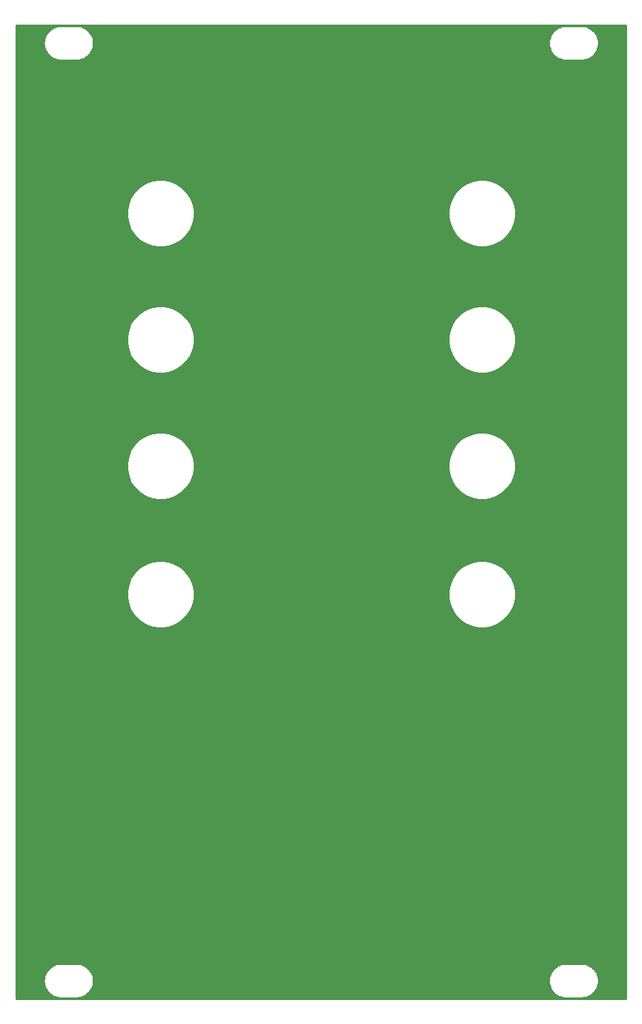
<source format=gbr>
G04 #@! TF.GenerationSoftware,KiCad,Pcbnew,(5.1.5-0)*
G04 #@! TF.CreationDate,2021-01-20T17:05:57-08:00*
G04 #@! TF.ProjectId,1050mixerseq,31303530-6d69-4786-9572-7365712e6b69,rev?*
G04 #@! TF.SameCoordinates,Original*
G04 #@! TF.FileFunction,Copper,L2,Bot*
G04 #@! TF.FilePolarity,Positive*
%FSLAX46Y46*%
G04 Gerber Fmt 4.6, Leading zero omitted, Abs format (unit mm)*
G04 Created by KiCad (PCBNEW (5.1.5-0)) date 2021-01-20 17:05:57*
%MOMM*%
%LPD*%
G04 APERTURE LIST*
%ADD10C,6.400000*%
%ADD11C,6.100000*%
%ADD12C,5.100000*%
%ADD13C,0.254000*%
G04 APERTURE END LIST*
D10*
X41000000Y-85500000D03*
X41000000Y-69000000D03*
D11*
X8750000Y-102000000D03*
X18750000Y-102000000D03*
X32250000Y-102000000D03*
X73500000Y-60750000D03*
X73500000Y-43350000D03*
X73500000Y-26350000D03*
X73500000Y-77750000D03*
X7750000Y-26350000D03*
D12*
X35500000Y-35250000D03*
X41000000Y-40250000D03*
X45500000Y-35250000D03*
X50750000Y-30250000D03*
X45500000Y-25250000D03*
X41000000Y-20250000D03*
X35500000Y-25250000D03*
X30500000Y-30250000D03*
D11*
X72500000Y-102000000D03*
X7750000Y-77750000D03*
X7750000Y-43350000D03*
X7750000Y-60750000D03*
X42500000Y-102000000D03*
X62500000Y-102000000D03*
X52500000Y-102000000D03*
D13*
G36*
X80340001Y-127840000D02*
G01*
X660000Y-127840000D01*
X660000Y-125451353D01*
X4242755Y-125451353D01*
X4243173Y-125511171D01*
X4242755Y-125570988D01*
X4243655Y-125580160D01*
X4276296Y-125890715D01*
X4288320Y-125949291D01*
X4299532Y-126008070D01*
X4302196Y-126016892D01*
X4394535Y-126315192D01*
X4417715Y-126370335D01*
X4440124Y-126425800D01*
X4444451Y-126433937D01*
X4592972Y-126708621D01*
X4626417Y-126758205D01*
X4659177Y-126808268D01*
X4665001Y-126815409D01*
X4864047Y-127056013D01*
X4906482Y-127098154D01*
X4948346Y-127140903D01*
X4955446Y-127146777D01*
X5197435Y-127344138D01*
X5247259Y-127377241D01*
X5296615Y-127411036D01*
X5304721Y-127415419D01*
X5580435Y-127562019D01*
X5635704Y-127584799D01*
X5690724Y-127608381D01*
X5699527Y-127611105D01*
X5998465Y-127701359D01*
X6057138Y-127712976D01*
X6115655Y-127725415D01*
X6124820Y-127726378D01*
X6435594Y-127756850D01*
X6435598Y-127756850D01*
X6467581Y-127760000D01*
X8532419Y-127760000D01*
X8565986Y-127756694D01*
X8586744Y-127756694D01*
X8595909Y-127755731D01*
X8906228Y-127720923D01*
X8964731Y-127708487D01*
X9023419Y-127696867D01*
X9032222Y-127694142D01*
X9329870Y-127599723D01*
X9384792Y-127576183D01*
X9440159Y-127553363D01*
X9448265Y-127548979D01*
X9721904Y-127398544D01*
X9771217Y-127364779D01*
X9821088Y-127331645D01*
X9828188Y-127325770D01*
X10067397Y-127125049D01*
X10109241Y-127082320D01*
X10151694Y-127040162D01*
X10157519Y-127033020D01*
X10353185Y-126789660D01*
X10385938Y-126739608D01*
X10419391Y-126690013D01*
X10423714Y-126681881D01*
X10423717Y-126681877D01*
X10423719Y-126681873D01*
X10568388Y-126405146D01*
X10590785Y-126349711D01*
X10613978Y-126294539D01*
X10616641Y-126285717D01*
X10704807Y-125986156D01*
X10716007Y-125927440D01*
X10728045Y-125868798D01*
X10728944Y-125859627D01*
X10757245Y-125548647D01*
X10756827Y-125488830D01*
X10757088Y-125451353D01*
X70242755Y-125451353D01*
X70243173Y-125511171D01*
X70242755Y-125570988D01*
X70243655Y-125580160D01*
X70276296Y-125890715D01*
X70288320Y-125949291D01*
X70299532Y-126008070D01*
X70302196Y-126016892D01*
X70394535Y-126315192D01*
X70417715Y-126370335D01*
X70440124Y-126425800D01*
X70444451Y-126433937D01*
X70592972Y-126708621D01*
X70626417Y-126758205D01*
X70659177Y-126808268D01*
X70665001Y-126815409D01*
X70864047Y-127056013D01*
X70906482Y-127098154D01*
X70948346Y-127140903D01*
X70955446Y-127146777D01*
X71197435Y-127344138D01*
X71247259Y-127377241D01*
X71296615Y-127411036D01*
X71304721Y-127415419D01*
X71580435Y-127562019D01*
X71635704Y-127584799D01*
X71690724Y-127608381D01*
X71699527Y-127611105D01*
X71998465Y-127701359D01*
X72057138Y-127712976D01*
X72115655Y-127725415D01*
X72124820Y-127726378D01*
X72435594Y-127756850D01*
X72435598Y-127756850D01*
X72467581Y-127760000D01*
X74532419Y-127760000D01*
X74565986Y-127756694D01*
X74586744Y-127756694D01*
X74595909Y-127755731D01*
X74906228Y-127720923D01*
X74964731Y-127708487D01*
X75023419Y-127696867D01*
X75032222Y-127694142D01*
X75329870Y-127599723D01*
X75384792Y-127576183D01*
X75440159Y-127553363D01*
X75448265Y-127548979D01*
X75721904Y-127398544D01*
X75771217Y-127364779D01*
X75821088Y-127331645D01*
X75828188Y-127325770D01*
X76067397Y-127125049D01*
X76109241Y-127082320D01*
X76151694Y-127040162D01*
X76157519Y-127033020D01*
X76353185Y-126789660D01*
X76385938Y-126739608D01*
X76419391Y-126690013D01*
X76423714Y-126681881D01*
X76423717Y-126681877D01*
X76423719Y-126681873D01*
X76568388Y-126405146D01*
X76590785Y-126349711D01*
X76613978Y-126294539D01*
X76616641Y-126285717D01*
X76704807Y-125986156D01*
X76716007Y-125927440D01*
X76728045Y-125868798D01*
X76728944Y-125859627D01*
X76757245Y-125548647D01*
X76756827Y-125488829D01*
X76757245Y-125429012D01*
X76756345Y-125419841D01*
X76723704Y-125109285D01*
X76711680Y-125050709D01*
X76700468Y-124991930D01*
X76697804Y-124983108D01*
X76605465Y-124684808D01*
X76582280Y-124629653D01*
X76559876Y-124574200D01*
X76555549Y-124566064D01*
X76555549Y-124566063D01*
X76555546Y-124566059D01*
X76407028Y-124291379D01*
X76373583Y-124241795D01*
X76340823Y-124191732D01*
X76334999Y-124184591D01*
X76135954Y-123943987D01*
X76093535Y-123901863D01*
X76051655Y-123859097D01*
X76044554Y-123853223D01*
X75802565Y-123655862D01*
X75752741Y-123622759D01*
X75703385Y-123588964D01*
X75695279Y-123584581D01*
X75419566Y-123437981D01*
X75364269Y-123415189D01*
X75309275Y-123391619D01*
X75300472Y-123388895D01*
X75001535Y-123298641D01*
X74942862Y-123287024D01*
X74884345Y-123274585D01*
X74875180Y-123273622D01*
X74564405Y-123243150D01*
X74564402Y-123243150D01*
X74532419Y-123240000D01*
X72467581Y-123240000D01*
X72434014Y-123243306D01*
X72413256Y-123243306D01*
X72404091Y-123244269D01*
X72093771Y-123279077D01*
X72035298Y-123291506D01*
X71976581Y-123303132D01*
X71967778Y-123305858D01*
X71670130Y-123400277D01*
X71615147Y-123423843D01*
X71559841Y-123446638D01*
X71551735Y-123451021D01*
X71278095Y-123601456D01*
X71228748Y-123635245D01*
X71178913Y-123668355D01*
X71171812Y-123674229D01*
X70932603Y-123874951D01*
X70890759Y-123917681D01*
X70848305Y-123959839D01*
X70842481Y-123966980D01*
X70646814Y-124210340D01*
X70614055Y-124260400D01*
X70580609Y-124309986D01*
X70576283Y-124318123D01*
X70431612Y-124594854D01*
X70409215Y-124650289D01*
X70386022Y-124705461D01*
X70383359Y-124714283D01*
X70295193Y-125013844D01*
X70283993Y-125072560D01*
X70271955Y-125131202D01*
X70271056Y-125140373D01*
X70242755Y-125451353D01*
X10757088Y-125451353D01*
X10757245Y-125429012D01*
X10756345Y-125419841D01*
X10723704Y-125109285D01*
X10711680Y-125050709D01*
X10700468Y-124991930D01*
X10697804Y-124983108D01*
X10605465Y-124684808D01*
X10582280Y-124629653D01*
X10559876Y-124574200D01*
X10555549Y-124566064D01*
X10555549Y-124566063D01*
X10555546Y-124566059D01*
X10407028Y-124291379D01*
X10373583Y-124241795D01*
X10340823Y-124191732D01*
X10334999Y-124184591D01*
X10135954Y-123943987D01*
X10093535Y-123901863D01*
X10051655Y-123859097D01*
X10044554Y-123853223D01*
X9802565Y-123655862D01*
X9752741Y-123622759D01*
X9703385Y-123588964D01*
X9695279Y-123584581D01*
X9419566Y-123437981D01*
X9364269Y-123415189D01*
X9309275Y-123391619D01*
X9300472Y-123388895D01*
X9001535Y-123298641D01*
X8942862Y-123287024D01*
X8884345Y-123274585D01*
X8875180Y-123273622D01*
X8564405Y-123243150D01*
X8564402Y-123243150D01*
X8532419Y-123240000D01*
X6467581Y-123240000D01*
X6434014Y-123243306D01*
X6413256Y-123243306D01*
X6404091Y-123244269D01*
X6093771Y-123279077D01*
X6035298Y-123291506D01*
X5976581Y-123303132D01*
X5967778Y-123305858D01*
X5670130Y-123400277D01*
X5615147Y-123423843D01*
X5559841Y-123446638D01*
X5551735Y-123451021D01*
X5278095Y-123601456D01*
X5228748Y-123635245D01*
X5178913Y-123668355D01*
X5171812Y-123674229D01*
X4932603Y-123874951D01*
X4890759Y-123917681D01*
X4848305Y-123959839D01*
X4842481Y-123966980D01*
X4646814Y-124210340D01*
X4614055Y-124260400D01*
X4580609Y-124309986D01*
X4576283Y-124318123D01*
X4431612Y-124594854D01*
X4409215Y-124650289D01*
X4386022Y-124705461D01*
X4383359Y-124714283D01*
X4295193Y-125013844D01*
X4283993Y-125072560D01*
X4271955Y-125131202D01*
X4271056Y-125140373D01*
X4242755Y-125451353D01*
X660000Y-125451353D01*
X660000Y-74565784D01*
X15091332Y-74565784D01*
X15091332Y-75434216D01*
X15260754Y-76285961D01*
X15593089Y-77088288D01*
X16075564Y-77810362D01*
X16689638Y-78424436D01*
X17411712Y-78906911D01*
X18214039Y-79239246D01*
X19065784Y-79408668D01*
X19934216Y-79408668D01*
X20785961Y-79239246D01*
X21588288Y-78906911D01*
X22310362Y-78424436D01*
X22924436Y-77810362D01*
X23406911Y-77088288D01*
X23739246Y-76285961D01*
X23908668Y-75434216D01*
X23908668Y-74565784D01*
X57091332Y-74565784D01*
X57091332Y-75434216D01*
X57260754Y-76285961D01*
X57593089Y-77088288D01*
X58075564Y-77810362D01*
X58689638Y-78424436D01*
X59411712Y-78906911D01*
X60214039Y-79239246D01*
X61065784Y-79408668D01*
X61934216Y-79408668D01*
X62785961Y-79239246D01*
X63588288Y-78906911D01*
X64310362Y-78424436D01*
X64924436Y-77810362D01*
X65406911Y-77088288D01*
X65739246Y-76285961D01*
X65908668Y-75434216D01*
X65908668Y-74565784D01*
X65739246Y-73714039D01*
X65406911Y-72911712D01*
X64924436Y-72189638D01*
X64310362Y-71575564D01*
X63588288Y-71093089D01*
X62785961Y-70760754D01*
X61934216Y-70591332D01*
X61065784Y-70591332D01*
X60214039Y-70760754D01*
X59411712Y-71093089D01*
X58689638Y-71575564D01*
X58075564Y-72189638D01*
X57593089Y-72911712D01*
X57260754Y-73714039D01*
X57091332Y-74565784D01*
X23908668Y-74565784D01*
X23739246Y-73714039D01*
X23406911Y-72911712D01*
X22924436Y-72189638D01*
X22310362Y-71575564D01*
X21588288Y-71093089D01*
X20785961Y-70760754D01*
X19934216Y-70591332D01*
X19065784Y-70591332D01*
X18214039Y-70760754D01*
X17411712Y-71093089D01*
X16689638Y-71575564D01*
X16075564Y-72189638D01*
X15593089Y-72911712D01*
X15260754Y-73714039D01*
X15091332Y-74565784D01*
X660000Y-74565784D01*
X660000Y-57815784D01*
X15091332Y-57815784D01*
X15091332Y-58684216D01*
X15260754Y-59535961D01*
X15593089Y-60338288D01*
X16075564Y-61060362D01*
X16689638Y-61674436D01*
X17411712Y-62156911D01*
X18214039Y-62489246D01*
X19065784Y-62658668D01*
X19934216Y-62658668D01*
X20785961Y-62489246D01*
X21588288Y-62156911D01*
X22310362Y-61674436D01*
X22924436Y-61060362D01*
X23406911Y-60338288D01*
X23739246Y-59535961D01*
X23908668Y-58684216D01*
X23908668Y-57815784D01*
X57091332Y-57815784D01*
X57091332Y-58684216D01*
X57260754Y-59535961D01*
X57593089Y-60338288D01*
X58075564Y-61060362D01*
X58689638Y-61674436D01*
X59411712Y-62156911D01*
X60214039Y-62489246D01*
X61065784Y-62658668D01*
X61934216Y-62658668D01*
X62785961Y-62489246D01*
X63588288Y-62156911D01*
X64310362Y-61674436D01*
X64924436Y-61060362D01*
X65406911Y-60338288D01*
X65739246Y-59535961D01*
X65908668Y-58684216D01*
X65908668Y-57815784D01*
X65739246Y-56964039D01*
X65406911Y-56161712D01*
X64924436Y-55439638D01*
X64310362Y-54825564D01*
X63588288Y-54343089D01*
X62785961Y-54010754D01*
X61934216Y-53841332D01*
X61065784Y-53841332D01*
X60214039Y-54010754D01*
X59411712Y-54343089D01*
X58689638Y-54825564D01*
X58075564Y-55439638D01*
X57593089Y-56161712D01*
X57260754Y-56964039D01*
X57091332Y-57815784D01*
X23908668Y-57815784D01*
X23739246Y-56964039D01*
X23406911Y-56161712D01*
X22924436Y-55439638D01*
X22310362Y-54825564D01*
X21588288Y-54343089D01*
X20785961Y-54010754D01*
X19934216Y-53841332D01*
X19065784Y-53841332D01*
X18214039Y-54010754D01*
X17411712Y-54343089D01*
X16689638Y-54825564D01*
X16075564Y-55439638D01*
X15593089Y-56161712D01*
X15260754Y-56964039D01*
X15091332Y-57815784D01*
X660000Y-57815784D01*
X660000Y-41315784D01*
X15091332Y-41315784D01*
X15091332Y-42184216D01*
X15260754Y-43035961D01*
X15593089Y-43838288D01*
X16075564Y-44560362D01*
X16689638Y-45174436D01*
X17411712Y-45656911D01*
X18214039Y-45989246D01*
X19065784Y-46158668D01*
X19934216Y-46158668D01*
X20785961Y-45989246D01*
X21588288Y-45656911D01*
X22310362Y-45174436D01*
X22924436Y-44560362D01*
X23406911Y-43838288D01*
X23739246Y-43035961D01*
X23908668Y-42184216D01*
X23908668Y-41315784D01*
X57091332Y-41315784D01*
X57091332Y-42184216D01*
X57260754Y-43035961D01*
X57593089Y-43838288D01*
X58075564Y-44560362D01*
X58689638Y-45174436D01*
X59411712Y-45656911D01*
X60214039Y-45989246D01*
X61065784Y-46158668D01*
X61934216Y-46158668D01*
X62785961Y-45989246D01*
X63588288Y-45656911D01*
X64310362Y-45174436D01*
X64924436Y-44560362D01*
X65406911Y-43838288D01*
X65739246Y-43035961D01*
X65908668Y-42184216D01*
X65908668Y-41315784D01*
X65739246Y-40464039D01*
X65406911Y-39661712D01*
X64924436Y-38939638D01*
X64310362Y-38325564D01*
X63588288Y-37843089D01*
X62785961Y-37510754D01*
X61934216Y-37341332D01*
X61065784Y-37341332D01*
X60214039Y-37510754D01*
X59411712Y-37843089D01*
X58689638Y-38325564D01*
X58075564Y-38939638D01*
X57593089Y-39661712D01*
X57260754Y-40464039D01*
X57091332Y-41315784D01*
X23908668Y-41315784D01*
X23739246Y-40464039D01*
X23406911Y-39661712D01*
X22924436Y-38939638D01*
X22310362Y-38325564D01*
X21588288Y-37843089D01*
X20785961Y-37510754D01*
X19934216Y-37341332D01*
X19065784Y-37341332D01*
X18214039Y-37510754D01*
X17411712Y-37843089D01*
X16689638Y-38325564D01*
X16075564Y-38939638D01*
X15593089Y-39661712D01*
X15260754Y-40464039D01*
X15091332Y-41315784D01*
X660000Y-41315784D01*
X660000Y-24815784D01*
X15091332Y-24815784D01*
X15091332Y-25684216D01*
X15260754Y-26535961D01*
X15593089Y-27338288D01*
X16075564Y-28060362D01*
X16689638Y-28674436D01*
X17411712Y-29156911D01*
X18214039Y-29489246D01*
X19065784Y-29658668D01*
X19934216Y-29658668D01*
X20785961Y-29489246D01*
X21588288Y-29156911D01*
X22310362Y-28674436D01*
X22924436Y-28060362D01*
X23406911Y-27338288D01*
X23739246Y-26535961D01*
X23908668Y-25684216D01*
X23908668Y-24815784D01*
X57091332Y-24815784D01*
X57091332Y-25684216D01*
X57260754Y-26535961D01*
X57593089Y-27338288D01*
X58075564Y-28060362D01*
X58689638Y-28674436D01*
X59411712Y-29156911D01*
X60214039Y-29489246D01*
X61065784Y-29658668D01*
X61934216Y-29658668D01*
X62785961Y-29489246D01*
X63588288Y-29156911D01*
X64310362Y-28674436D01*
X64924436Y-28060362D01*
X65406911Y-27338288D01*
X65739246Y-26535961D01*
X65908668Y-25684216D01*
X65908668Y-24815784D01*
X65739246Y-23964039D01*
X65406911Y-23161712D01*
X64924436Y-22439638D01*
X64310362Y-21825564D01*
X63588288Y-21343089D01*
X62785961Y-21010754D01*
X61934216Y-20841332D01*
X61065784Y-20841332D01*
X60214039Y-21010754D01*
X59411712Y-21343089D01*
X58689638Y-21825564D01*
X58075564Y-22439638D01*
X57593089Y-23161712D01*
X57260754Y-23964039D01*
X57091332Y-24815784D01*
X23908668Y-24815784D01*
X23739246Y-23964039D01*
X23406911Y-23161712D01*
X22924436Y-22439638D01*
X22310362Y-21825564D01*
X21588288Y-21343089D01*
X20785961Y-21010754D01*
X19934216Y-20841332D01*
X19065784Y-20841332D01*
X18214039Y-21010754D01*
X17411712Y-21343089D01*
X16689638Y-21825564D01*
X16075564Y-22439638D01*
X15593089Y-23161712D01*
X15260754Y-23964039D01*
X15091332Y-24815784D01*
X660000Y-24815784D01*
X660000Y-2951353D01*
X4242755Y-2951353D01*
X4243173Y-3011171D01*
X4242755Y-3070988D01*
X4243655Y-3080160D01*
X4276296Y-3390715D01*
X4288320Y-3449291D01*
X4299532Y-3508070D01*
X4302196Y-3516892D01*
X4394535Y-3815192D01*
X4417715Y-3870335D01*
X4440124Y-3925800D01*
X4444451Y-3933937D01*
X4592972Y-4208621D01*
X4626417Y-4258205D01*
X4659177Y-4308268D01*
X4665001Y-4315409D01*
X4864047Y-4556013D01*
X4906482Y-4598154D01*
X4948346Y-4640903D01*
X4955446Y-4646777D01*
X5197435Y-4844138D01*
X5247259Y-4877241D01*
X5296615Y-4911036D01*
X5304721Y-4915419D01*
X5580435Y-5062019D01*
X5635704Y-5084799D01*
X5690724Y-5108381D01*
X5699527Y-5111105D01*
X5998465Y-5201359D01*
X6057138Y-5212976D01*
X6115655Y-5225415D01*
X6124820Y-5226378D01*
X6435594Y-5256850D01*
X6435598Y-5256850D01*
X6467581Y-5260000D01*
X8532419Y-5260000D01*
X8565986Y-5256694D01*
X8586744Y-5256694D01*
X8595909Y-5255731D01*
X8906228Y-5220923D01*
X8964731Y-5208487D01*
X9023419Y-5196867D01*
X9032222Y-5194142D01*
X9329870Y-5099723D01*
X9384792Y-5076183D01*
X9440159Y-5053363D01*
X9448265Y-5048979D01*
X9721904Y-4898544D01*
X9771217Y-4864779D01*
X9821088Y-4831645D01*
X9828188Y-4825770D01*
X10067397Y-4625049D01*
X10109241Y-4582320D01*
X10151694Y-4540162D01*
X10157519Y-4533020D01*
X10353185Y-4289660D01*
X10385938Y-4239608D01*
X10419391Y-4190013D01*
X10423714Y-4181881D01*
X10423717Y-4181877D01*
X10423719Y-4181873D01*
X10568388Y-3905146D01*
X10590785Y-3849711D01*
X10613978Y-3794539D01*
X10616641Y-3785717D01*
X10704807Y-3486156D01*
X10716007Y-3427440D01*
X10728045Y-3368798D01*
X10728944Y-3359627D01*
X10757245Y-3048647D01*
X10756827Y-2988830D01*
X10757088Y-2951353D01*
X70242755Y-2951353D01*
X70243173Y-3011171D01*
X70242755Y-3070988D01*
X70243655Y-3080160D01*
X70276296Y-3390715D01*
X70288320Y-3449291D01*
X70299532Y-3508070D01*
X70302196Y-3516892D01*
X70394535Y-3815192D01*
X70417715Y-3870335D01*
X70440124Y-3925800D01*
X70444451Y-3933937D01*
X70592972Y-4208621D01*
X70626417Y-4258205D01*
X70659177Y-4308268D01*
X70665001Y-4315409D01*
X70864047Y-4556013D01*
X70906482Y-4598154D01*
X70948346Y-4640903D01*
X70955446Y-4646777D01*
X71197435Y-4844138D01*
X71247259Y-4877241D01*
X71296615Y-4911036D01*
X71304721Y-4915419D01*
X71580435Y-5062019D01*
X71635704Y-5084799D01*
X71690724Y-5108381D01*
X71699527Y-5111105D01*
X71998465Y-5201359D01*
X72057138Y-5212976D01*
X72115655Y-5225415D01*
X72124820Y-5226378D01*
X72435594Y-5256850D01*
X72435598Y-5256850D01*
X72467581Y-5260000D01*
X74532419Y-5260000D01*
X74565986Y-5256694D01*
X74586744Y-5256694D01*
X74595909Y-5255731D01*
X74906228Y-5220923D01*
X74964731Y-5208487D01*
X75023419Y-5196867D01*
X75032222Y-5194142D01*
X75329870Y-5099723D01*
X75384792Y-5076183D01*
X75440159Y-5053363D01*
X75448265Y-5048979D01*
X75721904Y-4898544D01*
X75771217Y-4864779D01*
X75821088Y-4831645D01*
X75828188Y-4825770D01*
X76067397Y-4625049D01*
X76109241Y-4582320D01*
X76151694Y-4540162D01*
X76157519Y-4533020D01*
X76353185Y-4289660D01*
X76385938Y-4239608D01*
X76419391Y-4190013D01*
X76423714Y-4181881D01*
X76423717Y-4181877D01*
X76423719Y-4181873D01*
X76568388Y-3905146D01*
X76590785Y-3849711D01*
X76613978Y-3794539D01*
X76616641Y-3785717D01*
X76704807Y-3486156D01*
X76716007Y-3427440D01*
X76728045Y-3368798D01*
X76728944Y-3359627D01*
X76757245Y-3048647D01*
X76756827Y-2988829D01*
X76757245Y-2929012D01*
X76756345Y-2919841D01*
X76723704Y-2609285D01*
X76711680Y-2550709D01*
X76700468Y-2491930D01*
X76697804Y-2483108D01*
X76605465Y-2184808D01*
X76582280Y-2129653D01*
X76559876Y-2074200D01*
X76555549Y-2066064D01*
X76555549Y-2066063D01*
X76555546Y-2066059D01*
X76407028Y-1791379D01*
X76373583Y-1741795D01*
X76340823Y-1691732D01*
X76334999Y-1684591D01*
X76135954Y-1443987D01*
X76093535Y-1401863D01*
X76051655Y-1359097D01*
X76044554Y-1353223D01*
X75802565Y-1155862D01*
X75752741Y-1122759D01*
X75703385Y-1088964D01*
X75695279Y-1084581D01*
X75419566Y-937981D01*
X75364269Y-915189D01*
X75309275Y-891619D01*
X75300472Y-888895D01*
X75001535Y-798641D01*
X74942862Y-787024D01*
X74884345Y-774585D01*
X74875180Y-773622D01*
X74564405Y-743150D01*
X74564402Y-743150D01*
X74532419Y-740000D01*
X72467581Y-740000D01*
X72434014Y-743306D01*
X72413256Y-743306D01*
X72404091Y-744269D01*
X72093771Y-779077D01*
X72035298Y-791506D01*
X71976581Y-803132D01*
X71967778Y-805858D01*
X71670130Y-900277D01*
X71615147Y-923843D01*
X71559841Y-946638D01*
X71551735Y-951021D01*
X71278095Y-1101456D01*
X71228748Y-1135245D01*
X71178913Y-1168355D01*
X71171812Y-1174229D01*
X70932603Y-1374951D01*
X70890759Y-1417681D01*
X70848305Y-1459839D01*
X70842481Y-1466980D01*
X70646814Y-1710340D01*
X70614055Y-1760400D01*
X70580609Y-1809986D01*
X70576283Y-1818123D01*
X70431612Y-2094854D01*
X70409215Y-2150289D01*
X70386022Y-2205461D01*
X70383359Y-2214283D01*
X70295193Y-2513844D01*
X70283993Y-2572560D01*
X70271955Y-2631202D01*
X70271056Y-2640373D01*
X70242755Y-2951353D01*
X10757088Y-2951353D01*
X10757245Y-2929012D01*
X10756345Y-2919841D01*
X10723704Y-2609285D01*
X10711680Y-2550709D01*
X10700468Y-2491930D01*
X10697804Y-2483108D01*
X10605465Y-2184808D01*
X10582280Y-2129653D01*
X10559876Y-2074200D01*
X10555549Y-2066064D01*
X10555549Y-2066063D01*
X10555546Y-2066059D01*
X10407028Y-1791379D01*
X10373583Y-1741795D01*
X10340823Y-1691732D01*
X10334999Y-1684591D01*
X10135954Y-1443987D01*
X10093535Y-1401863D01*
X10051655Y-1359097D01*
X10044554Y-1353223D01*
X9802565Y-1155862D01*
X9752741Y-1122759D01*
X9703385Y-1088964D01*
X9695279Y-1084581D01*
X9419566Y-937981D01*
X9364269Y-915189D01*
X9309275Y-891619D01*
X9300472Y-888895D01*
X9001535Y-798641D01*
X8942862Y-787024D01*
X8884345Y-774585D01*
X8875180Y-773622D01*
X8564405Y-743150D01*
X8564402Y-743150D01*
X8532419Y-740000D01*
X6467581Y-740000D01*
X6434014Y-743306D01*
X6413256Y-743306D01*
X6404091Y-744269D01*
X6093771Y-779077D01*
X6035298Y-791506D01*
X5976581Y-803132D01*
X5967778Y-805858D01*
X5670130Y-900277D01*
X5615147Y-923843D01*
X5559841Y-946638D01*
X5551735Y-951021D01*
X5278095Y-1101456D01*
X5228748Y-1135245D01*
X5178913Y-1168355D01*
X5171812Y-1174229D01*
X4932603Y-1374951D01*
X4890759Y-1417681D01*
X4848305Y-1459839D01*
X4842481Y-1466980D01*
X4646814Y-1710340D01*
X4614055Y-1760400D01*
X4580609Y-1809986D01*
X4576283Y-1818123D01*
X4431612Y-2094854D01*
X4409215Y-2150289D01*
X4386022Y-2205461D01*
X4383359Y-2214283D01*
X4295193Y-2513844D01*
X4283993Y-2572560D01*
X4271955Y-2631202D01*
X4271056Y-2640373D01*
X4242755Y-2951353D01*
X660000Y-2951353D01*
X660000Y-660000D01*
X80340000Y-660000D01*
X80340001Y-127840000D01*
G37*
X80340001Y-127840000D02*
X660000Y-127840000D01*
X660000Y-125451353D01*
X4242755Y-125451353D01*
X4243173Y-125511171D01*
X4242755Y-125570988D01*
X4243655Y-125580160D01*
X4276296Y-125890715D01*
X4288320Y-125949291D01*
X4299532Y-126008070D01*
X4302196Y-126016892D01*
X4394535Y-126315192D01*
X4417715Y-126370335D01*
X4440124Y-126425800D01*
X4444451Y-126433937D01*
X4592972Y-126708621D01*
X4626417Y-126758205D01*
X4659177Y-126808268D01*
X4665001Y-126815409D01*
X4864047Y-127056013D01*
X4906482Y-127098154D01*
X4948346Y-127140903D01*
X4955446Y-127146777D01*
X5197435Y-127344138D01*
X5247259Y-127377241D01*
X5296615Y-127411036D01*
X5304721Y-127415419D01*
X5580435Y-127562019D01*
X5635704Y-127584799D01*
X5690724Y-127608381D01*
X5699527Y-127611105D01*
X5998465Y-127701359D01*
X6057138Y-127712976D01*
X6115655Y-127725415D01*
X6124820Y-127726378D01*
X6435594Y-127756850D01*
X6435598Y-127756850D01*
X6467581Y-127760000D01*
X8532419Y-127760000D01*
X8565986Y-127756694D01*
X8586744Y-127756694D01*
X8595909Y-127755731D01*
X8906228Y-127720923D01*
X8964731Y-127708487D01*
X9023419Y-127696867D01*
X9032222Y-127694142D01*
X9329870Y-127599723D01*
X9384792Y-127576183D01*
X9440159Y-127553363D01*
X9448265Y-127548979D01*
X9721904Y-127398544D01*
X9771217Y-127364779D01*
X9821088Y-127331645D01*
X9828188Y-127325770D01*
X10067397Y-127125049D01*
X10109241Y-127082320D01*
X10151694Y-127040162D01*
X10157519Y-127033020D01*
X10353185Y-126789660D01*
X10385938Y-126739608D01*
X10419391Y-126690013D01*
X10423714Y-126681881D01*
X10423717Y-126681877D01*
X10423719Y-126681873D01*
X10568388Y-126405146D01*
X10590785Y-126349711D01*
X10613978Y-126294539D01*
X10616641Y-126285717D01*
X10704807Y-125986156D01*
X10716007Y-125927440D01*
X10728045Y-125868798D01*
X10728944Y-125859627D01*
X10757245Y-125548647D01*
X10756827Y-125488830D01*
X10757088Y-125451353D01*
X70242755Y-125451353D01*
X70243173Y-125511171D01*
X70242755Y-125570988D01*
X70243655Y-125580160D01*
X70276296Y-125890715D01*
X70288320Y-125949291D01*
X70299532Y-126008070D01*
X70302196Y-126016892D01*
X70394535Y-126315192D01*
X70417715Y-126370335D01*
X70440124Y-126425800D01*
X70444451Y-126433937D01*
X70592972Y-126708621D01*
X70626417Y-126758205D01*
X70659177Y-126808268D01*
X70665001Y-126815409D01*
X70864047Y-127056013D01*
X70906482Y-127098154D01*
X70948346Y-127140903D01*
X70955446Y-127146777D01*
X71197435Y-127344138D01*
X71247259Y-127377241D01*
X71296615Y-127411036D01*
X71304721Y-127415419D01*
X71580435Y-127562019D01*
X71635704Y-127584799D01*
X71690724Y-127608381D01*
X71699527Y-127611105D01*
X71998465Y-127701359D01*
X72057138Y-127712976D01*
X72115655Y-127725415D01*
X72124820Y-127726378D01*
X72435594Y-127756850D01*
X72435598Y-127756850D01*
X72467581Y-127760000D01*
X74532419Y-127760000D01*
X74565986Y-127756694D01*
X74586744Y-127756694D01*
X74595909Y-127755731D01*
X74906228Y-127720923D01*
X74964731Y-127708487D01*
X75023419Y-127696867D01*
X75032222Y-127694142D01*
X75329870Y-127599723D01*
X75384792Y-127576183D01*
X75440159Y-127553363D01*
X75448265Y-127548979D01*
X75721904Y-127398544D01*
X75771217Y-127364779D01*
X75821088Y-127331645D01*
X75828188Y-127325770D01*
X76067397Y-127125049D01*
X76109241Y-127082320D01*
X76151694Y-127040162D01*
X76157519Y-127033020D01*
X76353185Y-126789660D01*
X76385938Y-126739608D01*
X76419391Y-126690013D01*
X76423714Y-126681881D01*
X76423717Y-126681877D01*
X76423719Y-126681873D01*
X76568388Y-126405146D01*
X76590785Y-126349711D01*
X76613978Y-126294539D01*
X76616641Y-126285717D01*
X76704807Y-125986156D01*
X76716007Y-125927440D01*
X76728045Y-125868798D01*
X76728944Y-125859627D01*
X76757245Y-125548647D01*
X76756827Y-125488829D01*
X76757245Y-125429012D01*
X76756345Y-125419841D01*
X76723704Y-125109285D01*
X76711680Y-125050709D01*
X76700468Y-124991930D01*
X76697804Y-124983108D01*
X76605465Y-124684808D01*
X76582280Y-124629653D01*
X76559876Y-124574200D01*
X76555549Y-124566064D01*
X76555549Y-124566063D01*
X76555546Y-124566059D01*
X76407028Y-124291379D01*
X76373583Y-124241795D01*
X76340823Y-124191732D01*
X76334999Y-124184591D01*
X76135954Y-123943987D01*
X76093535Y-123901863D01*
X76051655Y-123859097D01*
X76044554Y-123853223D01*
X75802565Y-123655862D01*
X75752741Y-123622759D01*
X75703385Y-123588964D01*
X75695279Y-123584581D01*
X75419566Y-123437981D01*
X75364269Y-123415189D01*
X75309275Y-123391619D01*
X75300472Y-123388895D01*
X75001535Y-123298641D01*
X74942862Y-123287024D01*
X74884345Y-123274585D01*
X74875180Y-123273622D01*
X74564405Y-123243150D01*
X74564402Y-123243150D01*
X74532419Y-123240000D01*
X72467581Y-123240000D01*
X72434014Y-123243306D01*
X72413256Y-123243306D01*
X72404091Y-123244269D01*
X72093771Y-123279077D01*
X72035298Y-123291506D01*
X71976581Y-123303132D01*
X71967778Y-123305858D01*
X71670130Y-123400277D01*
X71615147Y-123423843D01*
X71559841Y-123446638D01*
X71551735Y-123451021D01*
X71278095Y-123601456D01*
X71228748Y-123635245D01*
X71178913Y-123668355D01*
X71171812Y-123674229D01*
X70932603Y-123874951D01*
X70890759Y-123917681D01*
X70848305Y-123959839D01*
X70842481Y-123966980D01*
X70646814Y-124210340D01*
X70614055Y-124260400D01*
X70580609Y-124309986D01*
X70576283Y-124318123D01*
X70431612Y-124594854D01*
X70409215Y-124650289D01*
X70386022Y-124705461D01*
X70383359Y-124714283D01*
X70295193Y-125013844D01*
X70283993Y-125072560D01*
X70271955Y-125131202D01*
X70271056Y-125140373D01*
X70242755Y-125451353D01*
X10757088Y-125451353D01*
X10757245Y-125429012D01*
X10756345Y-125419841D01*
X10723704Y-125109285D01*
X10711680Y-125050709D01*
X10700468Y-124991930D01*
X10697804Y-124983108D01*
X10605465Y-124684808D01*
X10582280Y-124629653D01*
X10559876Y-124574200D01*
X10555549Y-124566064D01*
X10555549Y-124566063D01*
X10555546Y-124566059D01*
X10407028Y-124291379D01*
X10373583Y-124241795D01*
X10340823Y-124191732D01*
X10334999Y-124184591D01*
X10135954Y-123943987D01*
X10093535Y-123901863D01*
X10051655Y-123859097D01*
X10044554Y-123853223D01*
X9802565Y-123655862D01*
X9752741Y-123622759D01*
X9703385Y-123588964D01*
X9695279Y-123584581D01*
X9419566Y-123437981D01*
X9364269Y-123415189D01*
X9309275Y-123391619D01*
X9300472Y-123388895D01*
X9001535Y-123298641D01*
X8942862Y-123287024D01*
X8884345Y-123274585D01*
X8875180Y-123273622D01*
X8564405Y-123243150D01*
X8564402Y-123243150D01*
X8532419Y-123240000D01*
X6467581Y-123240000D01*
X6434014Y-123243306D01*
X6413256Y-123243306D01*
X6404091Y-123244269D01*
X6093771Y-123279077D01*
X6035298Y-123291506D01*
X5976581Y-123303132D01*
X5967778Y-123305858D01*
X5670130Y-123400277D01*
X5615147Y-123423843D01*
X5559841Y-123446638D01*
X5551735Y-123451021D01*
X5278095Y-123601456D01*
X5228748Y-123635245D01*
X5178913Y-123668355D01*
X5171812Y-123674229D01*
X4932603Y-123874951D01*
X4890759Y-123917681D01*
X4848305Y-123959839D01*
X4842481Y-123966980D01*
X4646814Y-124210340D01*
X4614055Y-124260400D01*
X4580609Y-124309986D01*
X4576283Y-124318123D01*
X4431612Y-124594854D01*
X4409215Y-124650289D01*
X4386022Y-124705461D01*
X4383359Y-124714283D01*
X4295193Y-125013844D01*
X4283993Y-125072560D01*
X4271955Y-125131202D01*
X4271056Y-125140373D01*
X4242755Y-125451353D01*
X660000Y-125451353D01*
X660000Y-74565784D01*
X15091332Y-74565784D01*
X15091332Y-75434216D01*
X15260754Y-76285961D01*
X15593089Y-77088288D01*
X16075564Y-77810362D01*
X16689638Y-78424436D01*
X17411712Y-78906911D01*
X18214039Y-79239246D01*
X19065784Y-79408668D01*
X19934216Y-79408668D01*
X20785961Y-79239246D01*
X21588288Y-78906911D01*
X22310362Y-78424436D01*
X22924436Y-77810362D01*
X23406911Y-77088288D01*
X23739246Y-76285961D01*
X23908668Y-75434216D01*
X23908668Y-74565784D01*
X57091332Y-74565784D01*
X57091332Y-75434216D01*
X57260754Y-76285961D01*
X57593089Y-77088288D01*
X58075564Y-77810362D01*
X58689638Y-78424436D01*
X59411712Y-78906911D01*
X60214039Y-79239246D01*
X61065784Y-79408668D01*
X61934216Y-79408668D01*
X62785961Y-79239246D01*
X63588288Y-78906911D01*
X64310362Y-78424436D01*
X64924436Y-77810362D01*
X65406911Y-77088288D01*
X65739246Y-76285961D01*
X65908668Y-75434216D01*
X65908668Y-74565784D01*
X65739246Y-73714039D01*
X65406911Y-72911712D01*
X64924436Y-72189638D01*
X64310362Y-71575564D01*
X63588288Y-71093089D01*
X62785961Y-70760754D01*
X61934216Y-70591332D01*
X61065784Y-70591332D01*
X60214039Y-70760754D01*
X59411712Y-71093089D01*
X58689638Y-71575564D01*
X58075564Y-72189638D01*
X57593089Y-72911712D01*
X57260754Y-73714039D01*
X57091332Y-74565784D01*
X23908668Y-74565784D01*
X23739246Y-73714039D01*
X23406911Y-72911712D01*
X22924436Y-72189638D01*
X22310362Y-71575564D01*
X21588288Y-71093089D01*
X20785961Y-70760754D01*
X19934216Y-70591332D01*
X19065784Y-70591332D01*
X18214039Y-70760754D01*
X17411712Y-71093089D01*
X16689638Y-71575564D01*
X16075564Y-72189638D01*
X15593089Y-72911712D01*
X15260754Y-73714039D01*
X15091332Y-74565784D01*
X660000Y-74565784D01*
X660000Y-57815784D01*
X15091332Y-57815784D01*
X15091332Y-58684216D01*
X15260754Y-59535961D01*
X15593089Y-60338288D01*
X16075564Y-61060362D01*
X16689638Y-61674436D01*
X17411712Y-62156911D01*
X18214039Y-62489246D01*
X19065784Y-62658668D01*
X19934216Y-62658668D01*
X20785961Y-62489246D01*
X21588288Y-62156911D01*
X22310362Y-61674436D01*
X22924436Y-61060362D01*
X23406911Y-60338288D01*
X23739246Y-59535961D01*
X23908668Y-58684216D01*
X23908668Y-57815784D01*
X57091332Y-57815784D01*
X57091332Y-58684216D01*
X57260754Y-59535961D01*
X57593089Y-60338288D01*
X58075564Y-61060362D01*
X58689638Y-61674436D01*
X59411712Y-62156911D01*
X60214039Y-62489246D01*
X61065784Y-62658668D01*
X61934216Y-62658668D01*
X62785961Y-62489246D01*
X63588288Y-62156911D01*
X64310362Y-61674436D01*
X64924436Y-61060362D01*
X65406911Y-60338288D01*
X65739246Y-59535961D01*
X65908668Y-58684216D01*
X65908668Y-57815784D01*
X65739246Y-56964039D01*
X65406911Y-56161712D01*
X64924436Y-55439638D01*
X64310362Y-54825564D01*
X63588288Y-54343089D01*
X62785961Y-54010754D01*
X61934216Y-53841332D01*
X61065784Y-53841332D01*
X60214039Y-54010754D01*
X59411712Y-54343089D01*
X58689638Y-54825564D01*
X58075564Y-55439638D01*
X57593089Y-56161712D01*
X57260754Y-56964039D01*
X57091332Y-57815784D01*
X23908668Y-57815784D01*
X23739246Y-56964039D01*
X23406911Y-56161712D01*
X22924436Y-55439638D01*
X22310362Y-54825564D01*
X21588288Y-54343089D01*
X20785961Y-54010754D01*
X19934216Y-53841332D01*
X19065784Y-53841332D01*
X18214039Y-54010754D01*
X17411712Y-54343089D01*
X16689638Y-54825564D01*
X16075564Y-55439638D01*
X15593089Y-56161712D01*
X15260754Y-56964039D01*
X15091332Y-57815784D01*
X660000Y-57815784D01*
X660000Y-41315784D01*
X15091332Y-41315784D01*
X15091332Y-42184216D01*
X15260754Y-43035961D01*
X15593089Y-43838288D01*
X16075564Y-44560362D01*
X16689638Y-45174436D01*
X17411712Y-45656911D01*
X18214039Y-45989246D01*
X19065784Y-46158668D01*
X19934216Y-46158668D01*
X20785961Y-45989246D01*
X21588288Y-45656911D01*
X22310362Y-45174436D01*
X22924436Y-44560362D01*
X23406911Y-43838288D01*
X23739246Y-43035961D01*
X23908668Y-42184216D01*
X23908668Y-41315784D01*
X57091332Y-41315784D01*
X57091332Y-42184216D01*
X57260754Y-43035961D01*
X57593089Y-43838288D01*
X58075564Y-44560362D01*
X58689638Y-45174436D01*
X59411712Y-45656911D01*
X60214039Y-45989246D01*
X61065784Y-46158668D01*
X61934216Y-46158668D01*
X62785961Y-45989246D01*
X63588288Y-45656911D01*
X64310362Y-45174436D01*
X64924436Y-44560362D01*
X65406911Y-43838288D01*
X65739246Y-43035961D01*
X65908668Y-42184216D01*
X65908668Y-41315784D01*
X65739246Y-40464039D01*
X65406911Y-39661712D01*
X64924436Y-38939638D01*
X64310362Y-38325564D01*
X63588288Y-37843089D01*
X62785961Y-37510754D01*
X61934216Y-37341332D01*
X61065784Y-37341332D01*
X60214039Y-37510754D01*
X59411712Y-37843089D01*
X58689638Y-38325564D01*
X58075564Y-38939638D01*
X57593089Y-39661712D01*
X57260754Y-40464039D01*
X57091332Y-41315784D01*
X23908668Y-41315784D01*
X23739246Y-40464039D01*
X23406911Y-39661712D01*
X22924436Y-38939638D01*
X22310362Y-38325564D01*
X21588288Y-37843089D01*
X20785961Y-37510754D01*
X19934216Y-37341332D01*
X19065784Y-37341332D01*
X18214039Y-37510754D01*
X17411712Y-37843089D01*
X16689638Y-38325564D01*
X16075564Y-38939638D01*
X15593089Y-39661712D01*
X15260754Y-40464039D01*
X15091332Y-41315784D01*
X660000Y-41315784D01*
X660000Y-24815784D01*
X15091332Y-24815784D01*
X15091332Y-25684216D01*
X15260754Y-26535961D01*
X15593089Y-27338288D01*
X16075564Y-28060362D01*
X16689638Y-28674436D01*
X17411712Y-29156911D01*
X18214039Y-29489246D01*
X19065784Y-29658668D01*
X19934216Y-29658668D01*
X20785961Y-29489246D01*
X21588288Y-29156911D01*
X22310362Y-28674436D01*
X22924436Y-28060362D01*
X23406911Y-27338288D01*
X23739246Y-26535961D01*
X23908668Y-25684216D01*
X23908668Y-24815784D01*
X57091332Y-24815784D01*
X57091332Y-25684216D01*
X57260754Y-26535961D01*
X57593089Y-27338288D01*
X58075564Y-28060362D01*
X58689638Y-28674436D01*
X59411712Y-29156911D01*
X60214039Y-29489246D01*
X61065784Y-29658668D01*
X61934216Y-29658668D01*
X62785961Y-29489246D01*
X63588288Y-29156911D01*
X64310362Y-28674436D01*
X64924436Y-28060362D01*
X65406911Y-27338288D01*
X65739246Y-26535961D01*
X65908668Y-25684216D01*
X65908668Y-24815784D01*
X65739246Y-23964039D01*
X65406911Y-23161712D01*
X64924436Y-22439638D01*
X64310362Y-21825564D01*
X63588288Y-21343089D01*
X62785961Y-21010754D01*
X61934216Y-20841332D01*
X61065784Y-20841332D01*
X60214039Y-21010754D01*
X59411712Y-21343089D01*
X58689638Y-21825564D01*
X58075564Y-22439638D01*
X57593089Y-23161712D01*
X57260754Y-23964039D01*
X57091332Y-24815784D01*
X23908668Y-24815784D01*
X23739246Y-23964039D01*
X23406911Y-23161712D01*
X22924436Y-22439638D01*
X22310362Y-21825564D01*
X21588288Y-21343089D01*
X20785961Y-21010754D01*
X19934216Y-20841332D01*
X19065784Y-20841332D01*
X18214039Y-21010754D01*
X17411712Y-21343089D01*
X16689638Y-21825564D01*
X16075564Y-22439638D01*
X15593089Y-23161712D01*
X15260754Y-23964039D01*
X15091332Y-24815784D01*
X660000Y-24815784D01*
X660000Y-2951353D01*
X4242755Y-2951353D01*
X4243173Y-3011171D01*
X4242755Y-3070988D01*
X4243655Y-3080160D01*
X4276296Y-3390715D01*
X4288320Y-3449291D01*
X4299532Y-3508070D01*
X4302196Y-3516892D01*
X4394535Y-3815192D01*
X4417715Y-3870335D01*
X4440124Y-3925800D01*
X4444451Y-3933937D01*
X4592972Y-4208621D01*
X4626417Y-4258205D01*
X4659177Y-4308268D01*
X4665001Y-4315409D01*
X4864047Y-4556013D01*
X4906482Y-4598154D01*
X4948346Y-4640903D01*
X4955446Y-4646777D01*
X5197435Y-4844138D01*
X5247259Y-4877241D01*
X5296615Y-4911036D01*
X5304721Y-4915419D01*
X5580435Y-5062019D01*
X5635704Y-5084799D01*
X5690724Y-5108381D01*
X5699527Y-5111105D01*
X5998465Y-5201359D01*
X6057138Y-5212976D01*
X6115655Y-5225415D01*
X6124820Y-5226378D01*
X6435594Y-5256850D01*
X6435598Y-5256850D01*
X6467581Y-5260000D01*
X8532419Y-5260000D01*
X8565986Y-5256694D01*
X8586744Y-5256694D01*
X8595909Y-5255731D01*
X8906228Y-5220923D01*
X8964731Y-5208487D01*
X9023419Y-5196867D01*
X9032222Y-5194142D01*
X9329870Y-5099723D01*
X9384792Y-5076183D01*
X9440159Y-5053363D01*
X9448265Y-5048979D01*
X9721904Y-4898544D01*
X9771217Y-4864779D01*
X9821088Y-4831645D01*
X9828188Y-4825770D01*
X10067397Y-4625049D01*
X10109241Y-4582320D01*
X10151694Y-4540162D01*
X10157519Y-4533020D01*
X10353185Y-4289660D01*
X10385938Y-4239608D01*
X10419391Y-4190013D01*
X10423714Y-4181881D01*
X10423717Y-4181877D01*
X10423719Y-4181873D01*
X10568388Y-3905146D01*
X10590785Y-3849711D01*
X10613978Y-3794539D01*
X10616641Y-3785717D01*
X10704807Y-3486156D01*
X10716007Y-3427440D01*
X10728045Y-3368798D01*
X10728944Y-3359627D01*
X10757245Y-3048647D01*
X10756827Y-2988830D01*
X10757088Y-2951353D01*
X70242755Y-2951353D01*
X70243173Y-3011171D01*
X70242755Y-3070988D01*
X70243655Y-3080160D01*
X70276296Y-3390715D01*
X70288320Y-3449291D01*
X70299532Y-3508070D01*
X70302196Y-3516892D01*
X70394535Y-3815192D01*
X70417715Y-3870335D01*
X70440124Y-3925800D01*
X70444451Y-3933937D01*
X70592972Y-4208621D01*
X70626417Y-4258205D01*
X70659177Y-4308268D01*
X70665001Y-4315409D01*
X70864047Y-4556013D01*
X70906482Y-4598154D01*
X70948346Y-4640903D01*
X70955446Y-4646777D01*
X71197435Y-4844138D01*
X71247259Y-4877241D01*
X71296615Y-4911036D01*
X71304721Y-4915419D01*
X71580435Y-5062019D01*
X71635704Y-5084799D01*
X71690724Y-5108381D01*
X71699527Y-5111105D01*
X71998465Y-5201359D01*
X72057138Y-5212976D01*
X72115655Y-5225415D01*
X72124820Y-5226378D01*
X72435594Y-5256850D01*
X72435598Y-5256850D01*
X72467581Y-5260000D01*
X74532419Y-5260000D01*
X74565986Y-5256694D01*
X74586744Y-5256694D01*
X74595909Y-5255731D01*
X74906228Y-5220923D01*
X74964731Y-5208487D01*
X75023419Y-5196867D01*
X75032222Y-5194142D01*
X75329870Y-5099723D01*
X75384792Y-5076183D01*
X75440159Y-5053363D01*
X75448265Y-5048979D01*
X75721904Y-4898544D01*
X75771217Y-4864779D01*
X75821088Y-4831645D01*
X75828188Y-4825770D01*
X76067397Y-4625049D01*
X76109241Y-4582320D01*
X76151694Y-4540162D01*
X76157519Y-4533020D01*
X76353185Y-4289660D01*
X76385938Y-4239608D01*
X76419391Y-4190013D01*
X76423714Y-4181881D01*
X76423717Y-4181877D01*
X76423719Y-4181873D01*
X76568388Y-3905146D01*
X76590785Y-3849711D01*
X76613978Y-3794539D01*
X76616641Y-3785717D01*
X76704807Y-3486156D01*
X76716007Y-3427440D01*
X76728045Y-3368798D01*
X76728944Y-3359627D01*
X76757245Y-3048647D01*
X76756827Y-2988829D01*
X76757245Y-2929012D01*
X76756345Y-2919841D01*
X76723704Y-2609285D01*
X76711680Y-2550709D01*
X76700468Y-2491930D01*
X76697804Y-2483108D01*
X76605465Y-2184808D01*
X76582280Y-2129653D01*
X76559876Y-2074200D01*
X76555549Y-2066064D01*
X76555549Y-2066063D01*
X76555546Y-2066059D01*
X76407028Y-1791379D01*
X76373583Y-1741795D01*
X76340823Y-1691732D01*
X76334999Y-1684591D01*
X76135954Y-1443987D01*
X76093535Y-1401863D01*
X76051655Y-1359097D01*
X76044554Y-1353223D01*
X75802565Y-1155862D01*
X75752741Y-1122759D01*
X75703385Y-1088964D01*
X75695279Y-1084581D01*
X75419566Y-937981D01*
X75364269Y-915189D01*
X75309275Y-891619D01*
X75300472Y-888895D01*
X75001535Y-798641D01*
X74942862Y-787024D01*
X74884345Y-774585D01*
X74875180Y-773622D01*
X74564405Y-743150D01*
X74564402Y-743150D01*
X74532419Y-740000D01*
X72467581Y-740000D01*
X72434014Y-743306D01*
X72413256Y-743306D01*
X72404091Y-744269D01*
X72093771Y-779077D01*
X72035298Y-791506D01*
X71976581Y-803132D01*
X71967778Y-805858D01*
X71670130Y-900277D01*
X71615147Y-923843D01*
X71559841Y-946638D01*
X71551735Y-951021D01*
X71278095Y-1101456D01*
X71228748Y-1135245D01*
X71178913Y-1168355D01*
X71171812Y-1174229D01*
X70932603Y-1374951D01*
X70890759Y-1417681D01*
X70848305Y-1459839D01*
X70842481Y-1466980D01*
X70646814Y-1710340D01*
X70614055Y-1760400D01*
X70580609Y-1809986D01*
X70576283Y-1818123D01*
X70431612Y-2094854D01*
X70409215Y-2150289D01*
X70386022Y-2205461D01*
X70383359Y-2214283D01*
X70295193Y-2513844D01*
X70283993Y-2572560D01*
X70271955Y-2631202D01*
X70271056Y-2640373D01*
X70242755Y-2951353D01*
X10757088Y-2951353D01*
X10757245Y-2929012D01*
X10756345Y-2919841D01*
X10723704Y-2609285D01*
X10711680Y-2550709D01*
X10700468Y-2491930D01*
X10697804Y-2483108D01*
X10605465Y-2184808D01*
X10582280Y-2129653D01*
X10559876Y-2074200D01*
X10555549Y-2066064D01*
X10555549Y-2066063D01*
X10555546Y-2066059D01*
X10407028Y-1791379D01*
X10373583Y-1741795D01*
X10340823Y-1691732D01*
X10334999Y-1684591D01*
X10135954Y-1443987D01*
X10093535Y-1401863D01*
X10051655Y-1359097D01*
X10044554Y-1353223D01*
X9802565Y-1155862D01*
X9752741Y-1122759D01*
X9703385Y-1088964D01*
X9695279Y-1084581D01*
X9419566Y-937981D01*
X9364269Y-915189D01*
X9309275Y-891619D01*
X9300472Y-888895D01*
X9001535Y-798641D01*
X8942862Y-787024D01*
X8884345Y-774585D01*
X8875180Y-773622D01*
X8564405Y-743150D01*
X8564402Y-743150D01*
X8532419Y-740000D01*
X6467581Y-740000D01*
X6434014Y-743306D01*
X6413256Y-743306D01*
X6404091Y-744269D01*
X6093771Y-779077D01*
X6035298Y-791506D01*
X5976581Y-803132D01*
X5967778Y-805858D01*
X5670130Y-900277D01*
X5615147Y-923843D01*
X5559841Y-946638D01*
X5551735Y-951021D01*
X5278095Y-1101456D01*
X5228748Y-1135245D01*
X5178913Y-1168355D01*
X5171812Y-1174229D01*
X4932603Y-1374951D01*
X4890759Y-1417681D01*
X4848305Y-1459839D01*
X4842481Y-1466980D01*
X4646814Y-1710340D01*
X4614055Y-1760400D01*
X4580609Y-1809986D01*
X4576283Y-1818123D01*
X4431612Y-2094854D01*
X4409215Y-2150289D01*
X4386022Y-2205461D01*
X4383359Y-2214283D01*
X4295193Y-2513844D01*
X4283993Y-2572560D01*
X4271955Y-2631202D01*
X4271056Y-2640373D01*
X4242755Y-2951353D01*
X660000Y-2951353D01*
X660000Y-660000D01*
X80340000Y-660000D01*
X80340001Y-127840000D01*
M02*

</source>
